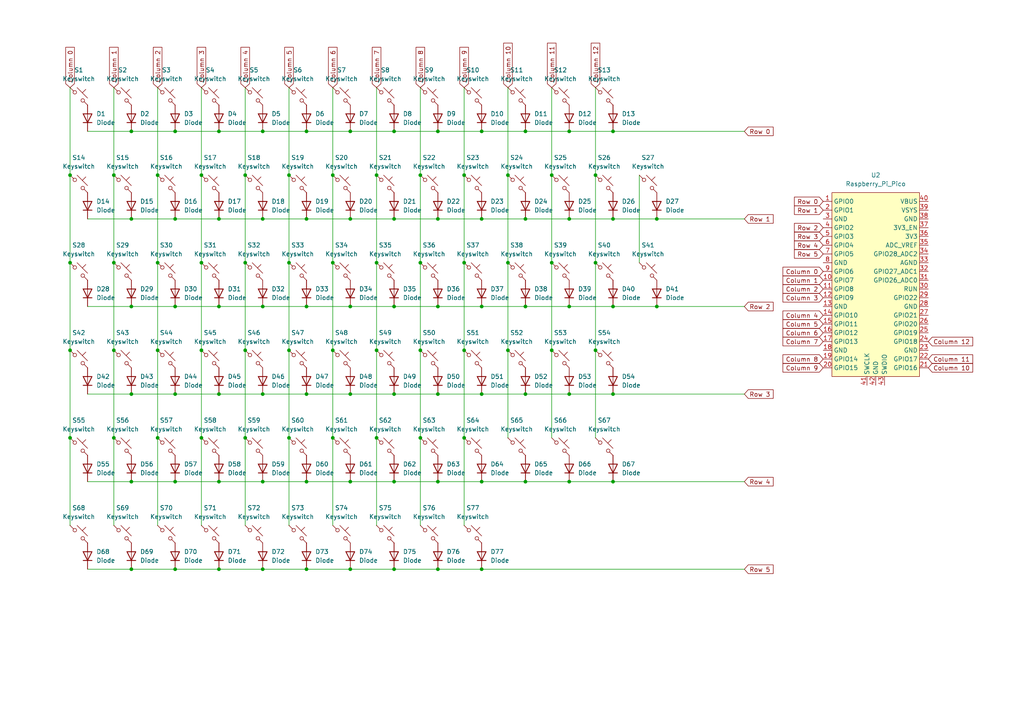
<source format=kicad_sch>
(kicad_sch (version 20230121) (generator eeschema)
  (paper "A4")
  (lib_symbols
    (symbol "ScottoKeebs:MCU_Raspberry_Pi_Pico"
      (property "Reference" "U" (at 0 0 0))
      (property "Value" "Raspberry_Pi_Pico" (at 0 27.94 0))
      (symbol "MCU_Raspberry_Pi_Pico_1_1"
        (pin bidirectional line (at -15.24 24.13 0) (length 2.54) (name "GPIO0") (number "1"))
        (pin bidirectional line (at -15.24 1.27 0) (length 2.54) (name "GPIO7") (number "10"))
        (pin bidirectional line (at -15.24 -1.27 0) (length 2.54) (name "GPIO8") (number "11"))
        (pin bidirectional line (at -15.24 -3.81 0) (length 2.54) (name "GPIO9") (number "12"))
        (pin power_in line (at -15.24 -6.35 0) (length 2.54) (name "GND") (number "13"))
        (pin bidirectional line (at -15.24 -8.89 0) (length 2.54) (name "GPIO10") (number "14"))
        (pin bidirectional line (at -15.24 -11.43 0) (length 2.54) (name "GPIO11") (number "15"))
        (pin bidirectional line (at -15.24 -13.97 0) (length 2.54) (name "GPIO12") (number "16"))
        (pin bidirectional line (at -15.24 -16.51 0) (length 2.54) (name "GPIO13") (number "17"))
        (pin power_in line (at -15.24 -19.05 0) (length 2.54) (name "GND") (number "18"))
        (pin bidirectional line (at -15.24 -21.59 0) (length 2.54) (name "GPIO14") (number "19"))
        (pin bidirectional line (at -15.24 21.59 0) (length 2.54) (name "GPIO1") (number "2"))
        (pin bidirectional line (at -15.24 -24.13 0) (length 2.54) (name "GPIO15") (number "20"))
        (pin bidirectional line (at 15.24 -24.13 180) (length 2.54) (name "GPIO16") (number "21"))
        (pin bidirectional line (at 15.24 -21.59 180) (length 2.54) (name "GPIO17") (number "22"))
        (pin power_in line (at 15.24 -19.05 180) (length 2.54) (name "GND") (number "23"))
        (pin bidirectional line (at 15.24 -16.51 180) (length 2.54) (name "GPIO18") (number "24"))
        (pin bidirectional line (at 15.24 -13.97 180) (length 2.54) (name "GPIO19") (number "25"))
        (pin bidirectional line (at 15.24 -11.43 180) (length 2.54) (name "GPIO20") (number "26"))
        (pin bidirectional line (at 15.24 -8.89 180) (length 2.54) (name "GPIO21") (number "27"))
        (pin power_in line (at 15.24 -6.35 180) (length 2.54) (name "GND") (number "28"))
        (pin bidirectional line (at 15.24 -3.81 180) (length 2.54) (name "GPIO22") (number "29"))
        (pin power_in line (at -15.24 19.05 0) (length 2.54) (name "GND") (number "3"))
        (pin input line (at 15.24 -1.27 180) (length 2.54) (name "RUN") (number "30"))
        (pin bidirectional line (at 15.24 1.27 180) (length 2.54) (name "GPIO26_ADC0") (number "31"))
        (pin bidirectional line (at 15.24 3.81 180) (length 2.54) (name "GPIO27_ADC1") (number "32"))
        (pin power_in line (at 15.24 6.35 180) (length 2.54) (name "AGND") (number "33"))
        (pin bidirectional line (at 15.24 8.89 180) (length 2.54) (name "GPIO28_ADC2") (number "34"))
        (pin power_in line (at 15.24 11.43 180) (length 2.54) (name "ADC_VREF") (number "35"))
        (pin power_in line (at 15.24 13.97 180) (length 2.54) (name "3V3") (number "36"))
        (pin input line (at 15.24 16.51 180) (length 2.54) (name "3V3_EN") (number "37"))
        (pin bidirectional line (at 15.24 19.05 180) (length 2.54) (name "GND") (number "38"))
        (pin power_in line (at 15.24 21.59 180) (length 2.54) (name "VSYS") (number "39"))
        (pin bidirectional line (at -15.24 16.51 0) (length 2.54) (name "GPIO2") (number "4"))
        (pin power_in line (at 15.24 24.13 180) (length 2.54) (name "VBUS") (number "40"))
        (pin input line (at -2.54 -29.21 90) (length 2.54) (name "SWCLK") (number "41"))
        (pin power_in line (at 0 -29.21 90) (length 2.54) (name "GND") (number "42"))
        (pin bidirectional line (at 2.54 -29.21 90) (length 2.54) (name "SWDIO") (number "43"))
        (pin bidirectional line (at -15.24 13.97 0) (length 2.54) (name "GPIO3") (number "5"))
        (pin bidirectional line (at -15.24 11.43 0) (length 2.54) (name "GPIO4") (number "6"))
        (pin bidirectional line (at -15.24 8.89 0) (length 2.54) (name "GPIO5") (number "7"))
        (pin power_in line (at -15.24 6.35 0) (length 2.54) (name "GND") (number "8"))
        (pin bidirectional line (at -15.24 3.81 0) (length 2.54) (name "GPIO6") (number "9"))
      )
    )
    (symbol "ScottoKeebs:Placeholder_Diode" (pin_numbers hide) (pin_names hide)
      (property "Reference" "D" (at 0 2.54 0))
      (property "Value" "Diode" (at 0 -2.54 0))
      (symbol "Placeholder_Diode_1_1"
        (pin passive line (at -3.81 0 0) (length 2.54) (name "K") (number "1"))
        (pin passive line (at 3.81 0 180) (length 2.54) (name "A") (number "2"))
      )
    )
    (symbol "ScottoKeebs:Placeholder_Keyswitch" (pin_numbers hide) (pin_names (offset 1.016) hide)
      (property "Reference" "S" (at 3.048 1.016 0))
      (property "Value" "Keyswitch" (at 0 -3.81 0))
      (symbol "Placeholder_Keyswitch_0_1"
        (pin passive line (at -2.54 2.54 0) (length 0) (name "1") (number "1"))
        (pin passive line (at 2.54 -2.54 180) (length 0) (name "2") (number "2"))
      )
    )
  )
  (junction (at 134.62 50.8))
  (junction (at 20.32 50.8))
  (junction (at 33.02 127))
  (junction (at 76.2 88.9))
  (junction (at 96.52 127))
  (junction (at 88.9 139.7))
  (junction (at 101.6 88.9))
  (junction (at 172.72 50.8))
  (junction (at 177.8 63.5))
  (junction (at 76.2 114.3))
  (junction (at 96.52 76.2))
  (junction (at 147.32 101.6))
  (junction (at 38.1 139.7))
  (junction (at 147.32 76.2))
  (junction (at 121.92 76.2))
  (junction (at 38.1 165.1))
  (junction (at 109.22 101.6))
  (junction (at 165.1 63.5))
  (junction (at 160.02 50.8))
  (junction (at 190.5 88.9))
  (junction (at 114.3 63.5))
  (junction (at 83.82 127))
  (junction (at 76.2 63.5))
  (junction (at 139.7 38.1))
  (junction (at 20.32 127))
  (junction (at 160.02 76.2))
  (junction (at 114.3 139.7))
  (junction (at 172.72 76.2))
  (junction (at 139.7 63.5))
  (junction (at 152.4 114.3))
  (junction (at 134.62 76.2))
  (junction (at 33.02 101.6))
  (junction (at 152.4 139.7))
  (junction (at 88.9 63.5))
  (junction (at 88.9 114.3))
  (junction (at 63.5 88.9))
  (junction (at 83.82 76.2))
  (junction (at 20.32 76.2))
  (junction (at 172.72 101.6))
  (junction (at 127 38.1))
  (junction (at 63.5 38.1))
  (junction (at 45.72 76.2))
  (junction (at 71.12 101.6))
  (junction (at 45.72 101.6))
  (junction (at 63.5 139.7))
  (junction (at 127 165.1))
  (junction (at 127 63.5))
  (junction (at 109.22 127))
  (junction (at 114.3 165.1))
  (junction (at 38.1 114.3))
  (junction (at 190.5 63.5))
  (junction (at 152.4 38.1))
  (junction (at 160.02 101.6))
  (junction (at 121.92 50.8))
  (junction (at 38.1 63.5))
  (junction (at 101.6 63.5))
  (junction (at 101.6 38.1))
  (junction (at 58.42 50.8))
  (junction (at 83.82 101.6))
  (junction (at 109.22 76.2))
  (junction (at 101.6 139.7))
  (junction (at 96.52 50.8))
  (junction (at 165.1 88.9))
  (junction (at 38.1 88.9))
  (junction (at 101.6 114.3))
  (junction (at 101.6 165.1))
  (junction (at 152.4 88.9))
  (junction (at 121.92 127))
  (junction (at 58.42 127))
  (junction (at 50.8 88.9))
  (junction (at 71.12 50.8))
  (junction (at 45.72 50.8))
  (junction (at 165.1 139.7))
  (junction (at 114.3 88.9))
  (junction (at 50.8 38.1))
  (junction (at 134.62 101.6))
  (junction (at 76.2 139.7))
  (junction (at 45.72 127))
  (junction (at 152.4 63.5))
  (junction (at 38.1 38.1))
  (junction (at 63.5 165.1))
  (junction (at 114.3 38.1))
  (junction (at 50.8 114.3))
  (junction (at 121.92 101.6))
  (junction (at 165.1 38.1))
  (junction (at 127 114.3))
  (junction (at 139.7 139.7))
  (junction (at 88.9 165.1))
  (junction (at 114.3 114.3))
  (junction (at 71.12 76.2))
  (junction (at 83.82 50.8))
  (junction (at 134.62 127))
  (junction (at 63.5 63.5))
  (junction (at 96.52 101.6))
  (junction (at 177.8 38.1))
  (junction (at 177.8 114.3))
  (junction (at 76.2 38.1))
  (junction (at 58.42 101.6))
  (junction (at 33.02 76.2))
  (junction (at 50.8 63.5))
  (junction (at 139.7 165.1))
  (junction (at 127 88.9))
  (junction (at 58.42 76.2))
  (junction (at 50.8 139.7))
  (junction (at 33.02 50.8))
  (junction (at 147.32 50.8))
  (junction (at 139.7 88.9))
  (junction (at 165.1 114.3))
  (junction (at 50.8 165.1))
  (junction (at 63.5 114.3))
  (junction (at 177.8 88.9))
  (junction (at 139.7 114.3))
  (junction (at 76.2 165.1))
  (junction (at 127 139.7))
  (junction (at 71.12 127))
  (junction (at 88.9 38.1))
  (junction (at 20.32 101.6))
  (junction (at 177.8 139.7))
  (junction (at 88.9 88.9))
  (junction (at 109.22 50.8))
  (wire (pts (xy 190.5 63.5) (xy 215.9 63.5)))
  (wire (pts (xy 127 38.1) (xy 139.7 38.1)))
  (wire (pts (xy 38.1 38.1) (xy 50.8 38.1)))
  (wire (pts (xy 88.9 114.3) (xy 101.6 114.3)))
  (wire (pts (xy 121.92 76.2) (xy 121.92 101.6)))
  (wire (pts (xy 20.32 127) (xy 20.32 152.4)))
  (wire (pts (xy 114.3 114.3) (xy 127 114.3)))
  (wire (pts (xy 50.8 139.7) (xy 63.5 139.7)))
  (wire (pts (xy 172.72 76.2) (xy 172.72 101.6)))
  (wire (pts (xy 114.3 139.7) (xy 127 139.7)))
  (wire (pts (xy 147.32 76.2) (xy 147.32 101.6)))
  (wire (pts (xy 121.92 101.6) (xy 121.92 127)))
  (wire (pts (xy 177.8 38.1) (xy 215.9 38.1)))
  (wire (pts (xy 101.6 88.9) (xy 114.3 88.9)))
  (wire (pts (xy 121.92 25.4) (xy 121.92 50.8)))
  (wire (pts (xy 58.42 76.2) (xy 58.42 101.6)))
  (wire (pts (xy 139.7 165.1) (xy 215.9 165.1)))
  (wire (pts (xy 96.52 25.4) (xy 96.52 50.8)))
  (wire (pts (xy 25.4 63.5) (xy 38.1 63.5)))
  (wire (pts (xy 71.12 25.4) (xy 71.12 50.8)))
  (wire (pts (xy 177.8 63.5) (xy 190.5 63.5)))
  (wire (pts (xy 38.1 63.5) (xy 50.8 63.5)))
  (wire (pts (xy 38.1 139.7) (xy 50.8 139.7)))
  (wire (pts (xy 127 88.9) (xy 139.7 88.9)))
  (wire (pts (xy 76.2 63.5) (xy 88.9 63.5)))
  (wire (pts (xy 139.7 38.1) (xy 152.4 38.1)))
  (wire (pts (xy 20.32 25.4) (xy 20.32 50.8)))
  (wire (pts (xy 134.62 76.2) (xy 134.62 101.6)))
  (wire (pts (xy 190.5 88.9) (xy 215.9 88.9)))
  (wire (pts (xy 25.4 88.9) (xy 38.1 88.9)))
  (wire (pts (xy 58.42 127) (xy 58.42 152.4)))
  (wire (pts (xy 20.32 101.6) (xy 20.32 127)))
  (wire (pts (xy 71.12 50.8) (xy 71.12 76.2)))
  (wire (pts (xy 63.5 114.3) (xy 76.2 114.3)))
  (wire (pts (xy 38.1 114.3) (xy 50.8 114.3)))
  (wire (pts (xy 63.5 139.7) (xy 76.2 139.7)))
  (wire (pts (xy 83.82 76.2) (xy 83.82 101.6)))
  (wire (pts (xy 76.2 139.7) (xy 88.9 139.7)))
  (wire (pts (xy 63.5 38.1) (xy 76.2 38.1)))
  (wire (pts (xy 152.4 63.5) (xy 165.1 63.5)))
  (wire (pts (xy 50.8 63.5) (xy 63.5 63.5)))
  (wire (pts (xy 165.1 38.1) (xy 177.8 38.1)))
  (wire (pts (xy 134.62 25.4) (xy 134.62 50.8)))
  (wire (pts (xy 101.6 38.1) (xy 114.3 38.1)))
  (wire (pts (xy 172.72 25.4) (xy 172.72 50.8)))
  (wire (pts (xy 88.9 165.1) (xy 101.6 165.1)))
  (wire (pts (xy 63.5 63.5) (xy 76.2 63.5)))
  (wire (pts (xy 127 139.7) (xy 139.7 139.7)))
  (wire (pts (xy 109.22 127) (xy 109.22 152.4)))
  (wire (pts (xy 109.22 76.2) (xy 109.22 101.6)))
  (wire (pts (xy 96.52 50.8) (xy 96.52 76.2)))
  (wire (pts (xy 50.8 38.1) (xy 63.5 38.1)))
  (wire (pts (xy 139.7 139.7) (xy 152.4 139.7)))
  (wire (pts (xy 20.32 50.8) (xy 20.32 76.2)))
  (wire (pts (xy 160.02 76.2) (xy 160.02 101.6)))
  (wire (pts (xy 160.02 25.4) (xy 160.02 50.8)))
  (wire (pts (xy 177.8 88.9) (xy 190.5 88.9)))
  (wire (pts (xy 88.9 139.7) (xy 101.6 139.7)))
  (wire (pts (xy 127 63.5) (xy 139.7 63.5)))
  (wire (pts (xy 185.42 50.8) (xy 185.42 76.2)))
  (wire (pts (xy 134.62 50.8) (xy 134.62 76.2)))
  (wire (pts (xy 96.52 76.2) (xy 96.52 101.6)))
  (wire (pts (xy 147.32 101.6) (xy 147.32 127)))
  (wire (pts (xy 114.3 88.9) (xy 127 88.9)))
  (wire (pts (xy 76.2 165.1) (xy 88.9 165.1)))
  (wire (pts (xy 152.4 88.9) (xy 165.1 88.9)))
  (wire (pts (xy 58.42 25.4) (xy 58.42 50.8)))
  (wire (pts (xy 114.3 63.5) (xy 127 63.5)))
  (wire (pts (xy 152.4 114.3) (xy 165.1 114.3)))
  (wire (pts (xy 101.6 114.3) (xy 114.3 114.3)))
  (wire (pts (xy 88.9 63.5) (xy 101.6 63.5)))
  (wire (pts (xy 96.52 127) (xy 96.52 152.4)))
  (wire (pts (xy 165.1 114.3) (xy 177.8 114.3)))
  (wire (pts (xy 109.22 101.6) (xy 109.22 127)))
  (wire (pts (xy 58.42 101.6) (xy 58.42 127)))
  (wire (pts (xy 139.7 114.3) (xy 152.4 114.3)))
  (wire (pts (xy 33.02 76.2) (xy 33.02 101.6)))
  (wire (pts (xy 101.6 63.5) (xy 114.3 63.5)))
  (wire (pts (xy 101.6 165.1) (xy 114.3 165.1)))
  (wire (pts (xy 76.2 114.3) (xy 88.9 114.3)))
  (wire (pts (xy 160.02 101.6) (xy 160.02 127)))
  (wire (pts (xy 33.02 127) (xy 33.02 152.4)))
  (wire (pts (xy 139.7 63.5) (xy 152.4 63.5)))
  (wire (pts (xy 96.52 101.6) (xy 96.52 127)))
  (wire (pts (xy 25.4 165.1) (xy 38.1 165.1)))
  (wire (pts (xy 76.2 38.1) (xy 88.9 38.1)))
  (wire (pts (xy 50.8 114.3) (xy 63.5 114.3)))
  (wire (pts (xy 127 165.1) (xy 139.7 165.1)))
  (wire (pts (xy 45.72 101.6) (xy 45.72 127)))
  (wire (pts (xy 20.32 76.2) (xy 20.32 101.6)))
  (wire (pts (xy 165.1 88.9) (xy 177.8 88.9)))
  (wire (pts (xy 88.9 88.9) (xy 101.6 88.9)))
  (wire (pts (xy 33.02 50.8) (xy 33.02 76.2)))
  (wire (pts (xy 45.72 25.4) (xy 45.72 50.8)))
  (wire (pts (xy 109.22 25.4) (xy 109.22 50.8)))
  (wire (pts (xy 127 114.3) (xy 139.7 114.3)))
  (wire (pts (xy 45.72 127) (xy 45.72 152.4)))
  (wire (pts (xy 58.42 50.8) (xy 58.42 76.2)))
  (wire (pts (xy 83.82 25.4) (xy 83.82 50.8)))
  (wire (pts (xy 33.02 25.4) (xy 33.02 50.8)))
  (wire (pts (xy 114.3 165.1) (xy 127 165.1)))
  (wire (pts (xy 45.72 50.8) (xy 45.72 76.2)))
  (wire (pts (xy 160.02 50.8) (xy 160.02 76.2)))
  (wire (pts (xy 134.62 101.6) (xy 134.62 127)))
  (wire (pts (xy 71.12 127) (xy 71.12 152.4)))
  (wire (pts (xy 147.32 50.8) (xy 147.32 76.2)))
  (wire (pts (xy 152.4 38.1) (xy 165.1 38.1)))
  (wire (pts (xy 50.8 88.9) (xy 63.5 88.9)))
  (wire (pts (xy 165.1 63.5) (xy 177.8 63.5)))
  (wire (pts (xy 147.32 25.4) (xy 147.32 50.8)))
  (wire (pts (xy 38.1 88.9) (xy 50.8 88.9)))
  (wire (pts (xy 83.82 101.6) (xy 83.82 127)))
  (wire (pts (xy 71.12 76.2) (xy 71.12 101.6)))
  (wire (pts (xy 71.12 101.6) (xy 71.12 127)))
  (wire (pts (xy 177.8 139.7) (xy 215.9 139.7)))
  (wire (pts (xy 45.72 76.2) (xy 45.72 101.6)))
  (wire (pts (xy 139.7 88.9) (xy 152.4 88.9)))
  (wire (pts (xy 121.92 127) (xy 121.92 152.4)))
  (wire (pts (xy 25.4 38.1) (xy 38.1 38.1)))
  (wire (pts (xy 33.02 101.6) (xy 33.02 127)))
  (wire (pts (xy 63.5 88.9) (xy 76.2 88.9)))
  (wire (pts (xy 83.82 127) (xy 83.82 152.4)))
  (wire (pts (xy 88.9 38.1) (xy 101.6 38.1)))
  (wire (pts (xy 114.3 38.1) (xy 127 38.1)))
  (wire (pts (xy 83.82 50.8) (xy 83.82 76.2)))
  (wire (pts (xy 177.8 114.3) (xy 215.9 114.3)))
  (wire (pts (xy 109.22 50.8) (xy 109.22 76.2)))
  (wire (pts (xy 38.1 165.1) (xy 50.8 165.1)))
  (wire (pts (xy 101.6 139.7) (xy 114.3 139.7)))
  (wire (pts (xy 50.8 165.1) (xy 63.5 165.1)))
  (wire (pts (xy 172.72 50.8) (xy 172.72 76.2)))
  (wire (pts (xy 76.2 88.9) (xy 88.9 88.9)))
  (wire (pts (xy 134.62 127) (xy 134.62 152.4)))
  (wire (pts (xy 165.1 139.7) (xy 177.8 139.7)))
  (wire (pts (xy 152.4 139.7) (xy 165.1 139.7)))
  (wire (pts (xy 121.92 50.8) (xy 121.92 76.2)))
  (wire (pts (xy 25.4 114.3) (xy 38.1 114.3)))
  (wire (pts (xy 25.4 139.7) (xy 38.1 139.7)))
  (wire (pts (xy 63.5 165.1) (xy 76.2 165.1)))
  (wire (pts (xy 172.72 101.6) (xy 172.72 127)))
  (global_label "Column 8" (shape input) (at 121.92 25.4 90) (property "Intersheetrefs" "${INTERSHEET_REFS}" (effects hide)))
  (global_label "Row 0" (shape input) (at 215.9 38.1 0) (property "Intersheetrefs" "${INTERSHEET_REFS}" (effects hide)))
  (global_label "Row 4" (shape input) (at 238.76 71.12 180) (property "Intersheetrefs" "${INTERSHEET_REFS}" (effects hide)))
  (global_label "Column 7" (shape input) (at 238.76 99.06 180) (property "Intersheetrefs" "${INTERSHEET_REFS}" (effects hide)))
  (global_label "Column 9" (shape input) (at 238.76 106.68 180) (property "Intersheetrefs" "${INTERSHEET_REFS}" (effects hide)))
  (global_label "Column 5" (shape input) (at 238.76 93.98 180) (property "Intersheetrefs" "${INTERSHEET_REFS}" (effects hide)))
  (global_label "Row 1" (shape input) (at 238.76 60.96 180) (property "Intersheetrefs" "${INTERSHEET_REFS}" (effects hide)))
  (global_label "Column 11" (shape input) (at 269.24 104.14 0) (property "Intersheetrefs" "${INTERSHEET_REFS}" (effects hide)))
  (global_label "Column 4" (shape input) (at 238.76 91.44 180) (property "Intersheetrefs" "${INTERSHEET_REFS}" (effects hide)))
  (global_label "Column 7" (shape input) (at 109.22 25.4 90) (property "Intersheetrefs" "${INTERSHEET_REFS}" (effects hide)))
  (global_label "Column 0" (shape input) (at 20.32 25.4 90) (property "Intersheetrefs" "${INTERSHEET_REFS}" (effects hide)))
  (global_label "Row 2" (shape input) (at 215.9 88.9 0) (property "Intersheetrefs" "${INTERSHEET_REFS}" (effects hide)))
  (global_label "Row 3" (shape input) (at 215.9 114.3 0) (property "Intersheetrefs" "${INTERSHEET_REFS}" (effects hide)))
  (global_label "Column 10" (shape input) (at 269.24 106.68 0) (property "Intersheetrefs" "${INTERSHEET_REFS}" (effects hide)))
  (global_label "Column 8" (shape input) (at 238.76 104.14 180) (property "Intersheetrefs" "${INTERSHEET_REFS}" (effects hide)))
  (global_label "Column 2" (shape input) (at 45.72 25.4 90) (property "Intersheetrefs" "${INTERSHEET_REFS}" (effects hide)))
  (global_label "Column 3" (shape input) (at 58.42 25.4 90) (property "Intersheetrefs" "${INTERSHEET_REFS}" (effects hide)))
  (global_label "Column 1" (shape input) (at 238.76 81.28 180) (property "Intersheetrefs" "${INTERSHEET_REFS}" (effects hide)))
  (global_label "Column 3" (shape input) (at 238.76 86.36 180) (property "Intersheetrefs" "${INTERSHEET_REFS}" (effects hide)))
  (global_label "Row 3" (shape input) (at 238.76 68.58 180) (property "Intersheetrefs" "${INTERSHEET_REFS}" (effects hide)))
  (global_label "Column 2" (shape input) (at 238.76 83.82 180) (property "Intersheetrefs" "${INTERSHEET_REFS}" (effects hide)))
  (global_label "Column 11" (shape input) (at 160.02 25.4 90) (property "Intersheetrefs" "${INTERSHEET_REFS}" (effects hide)))
  (global_label "Column 4" (shape input) (at 71.12 25.4 90) (property "Intersheetrefs" "${INTERSHEET_REFS}" (effects hide)))
  (global_label "Column 0" (shape input) (at 238.76 78.74 180) (property "Intersheetrefs" "${INTERSHEET_REFS}" (effects hide)))
  (global_label "Row 5" (shape input) (at 215.9 165.1 0) (property "Intersheetrefs" "${INTERSHEET_REFS}" (effects hide)))
  (global_label "Column 6" (shape input) (at 96.52 25.4 90) (property "Intersheetrefs" "${INTERSHEET_REFS}" (effects hide)))
  (global_label "Column 1" (shape input) (at 33.02 25.4 90) (property "Intersheetrefs" "${INTERSHEET_REFS}" (effects hide)))
  (global_label "Row 5" (shape input) (at 238.76 73.66 180) (property "Intersheetrefs" "${INTERSHEET_REFS}" (effects hide)))
  (global_label "Column 9" (shape input) (at 134.62 25.4 90) (property "Intersheetrefs" "${INTERSHEET_REFS}" (effects hide)))
  (global_label "Row 1" (shape input) (at 215.9 63.5 0) (property "Intersheetrefs" "${INTERSHEET_REFS}" (effects hide)))
  (global_label "Row 2" (shape input) (at 238.76 66.04 180) (property "Intersheetrefs" "${INTERSHEET_REFS}" (effects hide)))
  (global_label "Column 10" (shape input) (at 147.32 25.4 90) (property "Intersheetrefs" "${INTERSHEET_REFS}" (effects hide)))
  (global_label "Column 12" (shape input) (at 172.72 25.4 90) (property "Intersheetrefs" "${INTERSHEET_REFS}" (effects hide)))
  (global_label "Row 4" (shape input) (at 215.9 139.7 0) (property "Intersheetrefs" "${INTERSHEET_REFS}" (effects hide)))
  (global_label "Column 5" (shape input) (at 83.82 25.4 90) (property "Intersheetrefs" "${INTERSHEET_REFS}" (effects hide)))
  (global_label "Column 6" (shape input) (at 238.76 96.52 180) (property "Intersheetrefs" "${INTERSHEET_REFS}" (effects hide)))
  (global_label "Row 0" (shape input) (at 238.76 58.42 180) (property "Intersheetrefs" "${INTERSHEET_REFS}" (effects hide)))
  (global_label "Column 12" (shape input) (at 269.24 99.06 0) (property "Intersheetrefs" "${INTERSHEET_REFS}" (effects hide)))
  (symbol (lib_id "ScottoKeebs:Placeholder_Keyswitch") (at 137.16 53.34 0) (unit 1)
    (property "Reference" "S23" (at 137.16 45.72 0))
    (property "Value" "Keyswitch" (at 137.16 48.26 0))
    (property "Footprint" "ScottoKeebs_MX:MX_PCB_1.00u" (effects hide))
  )
  (symbol (lib_id "ScottoKeebs:Placeholder_Diode") (at 165.1 110.49 90) (unit 1)
    (property "Reference" "D53" (at 167.64 109.22 90) (effects (justify right)))
    (property "Value" "Diode" (at 167.64 111.76 90) (effects (justify right)))
    (property "Footprint" "ScottoKeebs_Components:Diode_DO-35" (effects hide))
    (property "Sim.Device" "D" (effects hide))
    (property "Sim.Pins" "1=K 2=A" (effects hide))
  )
  (symbol (lib_id "ScottoKeebs:Placeholder_Diode") (at 88.9 161.29 90) (unit 1)
    (property "Reference" "D73" (at 91.44 160.02 90) (effects (justify right)))
    (property "Value" "Diode" (at 91.44 162.56 90) (effects (justify right)))
    (property "Footprint" "ScottoKeebs_Components:Diode_DO-35" (effects hide))
    (property "Sim.Device" "D" (effects hide))
    (property "Sim.Pins" "1=K 2=A" (effects hide))
  )
  (symbol (lib_id "ScottoKeebs:Placeholder_Keyswitch") (at 73.66 104.14 0) (unit 1)
    (property "Reference" "S46" (at 73.66 96.52 0))
    (property "Value" "Keyswitch" (at 73.66 99.06 0))
    (property "Footprint" "ScottoKeebs_MX:MX_PCB_1.00u" (effects hide))
  )
  (symbol (lib_id "ScottoKeebs:Placeholder_Diode") (at 177.8 59.69 90) (unit 1)
    (property "Reference" "D26" (at 180.34 58.42 90) (effects (justify right)))
    (property "Value" "Diode" (at 180.34 60.96 90) (effects (justify right)))
    (property "Footprint" "ScottoKeebs_Components:Diode_DO-35" (effects hide))
    (property "Sim.Device" "D" (effects hide))
    (property "Sim.Pins" "1=K 2=A" (effects hide))
  )
  (symbol (lib_id "ScottoKeebs:Placeholder_Diode") (at 101.6 110.49 90) (unit 1)
    (property "Reference" "D48" (at 104.14 109.22 90) (effects (justify right)))
    (property "Value" "Diode" (at 104.14 111.76 90) (effects (justify right)))
    (property "Footprint" "ScottoKeebs_Components:Diode_DO-35" (effects hide))
    (property "Sim.Device" "D" (effects hide))
    (property "Sim.Pins" "1=K 2=A" (effects hide))
  )
  (symbol (lib_id "ScottoKeebs:Placeholder_Diode") (at 165.1 59.69 90) (unit 1)
    (property "Reference" "D25" (at 167.64 58.42 90) (effects (justify right)))
    (property "Value" "Diode" (at 167.64 60.96 90) (effects (justify right)))
    (property "Footprint" "ScottoKeebs_Components:Diode_DO-35" (effects hide))
    (property "Sim.Device" "D" (effects hide))
    (property "Sim.Pins" "1=K 2=A" (effects hide))
  )
  (symbol (lib_id "ScottoKeebs:Placeholder_Keyswitch") (at 137.16 104.14 0) (unit 1)
    (property "Reference" "S51" (at 137.16 96.52 0))
    (property "Value" "Keyswitch" (at 137.16 99.06 0))
    (property "Footprint" "ScottoKeebs_MX:MX_PCB_1.00u" (effects hide))
  )
  (symbol (lib_id "ScottoKeebs:Placeholder_Diode") (at 165.1 85.09 90) (unit 1)
    (property "Reference" "D39" (at 167.64 83.82 90) (effects (justify right)))
    (property "Value" "Diode" (at 167.64 86.36 90) (effects (justify right)))
    (property "Footprint" "ScottoKeebs_Components:Diode_DO-35" (effects hide))
    (property "Sim.Device" "D" (effects hide))
    (property "Sim.Pins" "1=K 2=A" (effects hide))
  )
  (symbol (lib_id "ScottoKeebs:Placeholder_Diode") (at 63.5 110.49 90) (unit 1)
    (property "Reference" "D45" (at 66.04 109.22 90) (effects (justify right)))
    (property "Value" "Diode" (at 66.04 111.76 90) (effects (justify right)))
    (property "Footprint" "ScottoKeebs_Components:Diode_DO-35" (effects hide))
    (property "Sim.Device" "D" (effects hide))
    (property "Sim.Pins" "1=K 2=A" (effects hide))
  )
  (symbol (lib_id "ScottoKeebs:Placeholder_Diode") (at 25.4 59.69 90) (unit 1)
    (property "Reference" "D14" (at 27.94 58.42 90) (effects (justify right)))
    (property "Value" "Diode" (at 27.94 60.96 90) (effects (justify right)))
    (property "Footprint" "ScottoKeebs_Components:Diode_DO-35" (effects hide))
    (property "Sim.Device" "D" (effects hide))
    (property "Sim.Pins" "1=K 2=A" (effects hide))
  )
  (symbol (lib_id "ScottoKeebs:Placeholder_Diode") (at 88.9 135.89 90) (unit 1)
    (property "Reference" "D60" (at 91.44 134.62 90) (effects (justify right)))
    (property "Value" "Diode" (at 91.44 137.16 90) (effects (justify right)))
    (property "Footprint" "ScottoKeebs_Components:Diode_DO-35" (effects hide))
    (property "Sim.Device" "D" (effects hide))
    (property "Sim.Pins" "1=K 2=A" (effects hide))
  )
  (symbol (lib_id "ScottoKeebs:Placeholder_Keyswitch") (at 60.96 78.74 0) (unit 1)
    (property "Reference" "S31" (at 60.96 71.12 0))
    (property "Value" "Keyswitch" (at 60.96 73.66 0))
    (property "Footprint" "ScottoKeebs_MX:MX_PCB_1.00u" (effects hide))
  )
  (symbol (lib_id "ScottoKeebs:Placeholder_Keyswitch") (at 48.26 129.54 0) (unit 1)
    (property "Reference" "S57" (at 48.26 121.92 0))
    (property "Value" "Keyswitch" (at 48.26 124.46 0))
    (property "Footprint" "ScottoKeebs_MX:MX_PCB_1.00u" (effects hide))
  )
  (symbol (lib_id "ScottoKeebs:Placeholder_Diode") (at 88.9 59.69 90) (unit 1)
    (property "Reference" "D19" (at 91.44 58.42 90) (effects (justify right)))
    (property "Value" "Diode" (at 91.44 60.96 90) (effects (justify right)))
    (property "Footprint" "ScottoKeebs_Components:Diode_DO-35" (effects hide))
    (property "Sim.Device" "D" (effects hide))
    (property "Sim.Pins" "1=K 2=A" (effects hide))
  )
  (symbol (lib_id "ScottoKeebs:Placeholder_Keyswitch") (at 86.36 129.54 0) (unit 1)
    (property "Reference" "S60" (at 86.36 121.92 0))
    (property "Value" "Keyswitch" (at 86.36 124.46 0))
    (property "Footprint" "ScottoKeebs_MX:MX_PCB_1.00u" (effects hide))
  )
  (symbol (lib_id "ScottoKeebs:Placeholder_Keyswitch") (at 22.86 104.14 0) (unit 1)
    (property "Reference" "S42" (at 22.86 96.52 0))
    (property "Value" "Keyswitch" (at 22.86 99.06 0))
    (property "Footprint" "ScottoKeebs_MX:MX_PCB_1.75u" (effects hide))
  )
  (symbol (lib_id "ScottoKeebs:Placeholder_Keyswitch") (at 111.76 104.14 0) (unit 1)
    (property "Reference" "S49" (at 111.76 96.52 0))
    (property "Value" "Keyswitch" (at 111.76 99.06 0))
    (property "Footprint" "ScottoKeebs_MX:MX_PCB_1.00u" (effects hide))
  )
  (symbol (lib_id "ScottoKeebs:Placeholder_Diode") (at 25.4 110.49 90) (unit 1)
    (property "Reference" "D42" (at 27.94 109.22 90) (effects (justify right)))
    (property "Value" "Diode" (at 27.94 111.76 90) (effects (justify right)))
    (property "Footprint" "ScottoKeebs_Components:Diode_DO-35" (effects hide))
    (property "Sim.Device" "D" (effects hide))
    (property "Sim.Pins" "1=K 2=A" (effects hide))
  )
  (symbol (lib_id "ScottoKeebs:Placeholder_Keyswitch") (at 22.86 129.54 0) (unit 1)
    (property "Reference" "S55" (at 22.86 121.92 0))
    (property "Value" "Keyswitch" (at 22.86 124.46 0))
    (property "Footprint" "ScottoKeebs_MX:MX_PCB_2.25u" (effects hide))
  )
  (symbol (lib_id "ScottoKeebs:Placeholder_Diode") (at 139.7 85.09 90) (unit 1)
    (property "Reference" "D37" (at 142.24 83.82 90) (effects (justify right)))
    (property "Value" "Diode" (at 142.24 86.36 90) (effects (justify right)))
    (property "Footprint" "ScottoKeebs_Components:Diode_DO-35" (effects hide))
    (property "Sim.Device" "D" (effects hide))
    (property "Sim.Pins" "1=K 2=A" (effects hide))
  )
  (symbol (lib_id "ScottoKeebs:Placeholder_Diode") (at 101.6 85.09 90) (unit 1)
    (property "Reference" "D34" (at 104.14 83.82 90) (effects (justify right)))
    (property "Value" "Diode" (at 104.14 86.36 90) (effects (justify right)))
    (property "Footprint" "ScottoKeebs_Components:Diode_DO-35" (effects hide))
    (property "Sim.Device" "D" (effects hide))
    (property "Sim.Pins" "1=K 2=A" (effects hide))
  )
  (symbol (lib_id "ScottoKeebs:Placeholder_Keyswitch") (at 99.06 78.74 0) (unit 1)
    (property "Reference" "S34" (at 99.06 71.12 0))
    (property "Value" "Keyswitch" (at 99.06 73.66 0))
    (property "Footprint" "ScottoKeebs_MX:MX_PCB_1.00u" (effects hide))
  )
  (symbol (lib_id "ScottoKeebs:Placeholder_Keyswitch") (at 162.56 104.14 0) (unit 1)
    (property "Reference" "S53" (at 162.56 96.52 0))
    (property "Value" "Keyswitch" (at 162.56 99.06 0))
    (property "Footprint" "ScottoKeebs_MX:MX_PCB_1.00u" (effects hide))
  )
  (symbol (lib_id "ScottoKeebs:Placeholder_Keyswitch") (at 137.16 27.94 0) (unit 1)
    (property "Reference" "S10" (at 137.16 20.32 0))
    (property "Value" "Keyswitch" (at 137.16 22.86 0))
    (property "Footprint" "ScottoKeebs_MX:MX_PCB_1.00u" (effects hide))
  )
  (symbol (lib_id "ScottoKeebs:Placeholder_Keyswitch") (at 86.36 78.74 0) (unit 1)
    (property "Reference" "S33" (at 86.36 71.12 0))
    (property "Value" "Keyswitch" (at 86.36 73.66 0))
    (property "Footprint" "ScottoKeebs_MX:MX_PCB_1.00u" (effects hide))
  )
  (symbol (lib_id "ScottoKeebs:Placeholder_Diode") (at 88.9 110.49 90) (unit 1)
    (property "Reference" "D47" (at 91.44 109.22 90) (effects (justify right)))
    (property "Value" "Diode" (at 91.44 111.76 90) (effects (justify right)))
    (property "Footprint" "ScottoKeebs_Components:Diode_DO-35" (effects hide))
    (property "Sim.Device" "D" (effects hide))
    (property "Sim.Pins" "1=K 2=A" (effects hide))
  )
  (symbol (lib_id "ScottoKeebs:Placeholder_Diode") (at 177.8 85.09 90) (unit 1)
    (property "Reference" "D40" (at 180.34 83.82 90) (effects (justify right)))
    (property "Value" "Diode" (at 180.34 86.36 90) (effects (justify right)))
    (property "Footprint" "ScottoKeebs_Components:Diode_DO-35" (effects hide))
    (property "Sim.Device" "D" (effects hide))
    (property "Sim.Pins" "1=K 2=A" (effects hide))
  )
  (symbol (lib_id "ScottoKeebs:Placeholder_Diode") (at 101.6 161.29 90) (unit 1)
    (property "Reference" "D74" (at 104.14 160.02 90) (effects (justify right)))
    (property "Value" "Diode" (at 104.14 162.56 90) (effects (justify right)))
    (property "Footprint" "ScottoKeebs_Components:Diode_DO-35" (effects hide))
    (property "Sim.Device" "D" (effects hide))
    (property "Sim.Pins" "1=K 2=A" (effects hide))
  )
  (symbol (lib_id "ScottoKeebs:Placeholder_Diode") (at 152.4 59.69 90) (unit 1)
    (property "Reference" "D24" (at 154.94 58.42 90) (effects (justify right)))
    (property "Value" "Diode" (at 154.94 60.96 90) (effects (justify right)))
    (property "Footprint" "ScottoKeebs_Components:Diode_DO-35" (effects hide))
    (property "Sim.Device" "D" (effects hide))
    (property "Sim.Pins" "1=K 2=A" (effects hide))
  )
  (symbol (lib_id "ScottoKeebs:Placeholder_Diode") (at 38.1 161.29 90) (unit 1)
    (property "Reference" "D69" (at 40.64 160.02 90) (effects (justify right)))
    (property "Value" "Diode" (at 40.64 162.56 90) (effects (justify right)))
    (property "Footprint" "ScottoKeebs_Components:Diode_DO-35" (effects hide))
    (property "Sim.Device" "D" (effects hide))
    (property "Sim.Pins" "1=K 2=A" (effects hide))
  )
  (symbol (lib_id "ScottoKeebs:Placeholder_Keyswitch") (at 48.26 27.94 0) (unit 1)
    (property "Reference" "S3" (at 48.26 20.32 0))
    (property "Value" "Keyswitch" (at 48.26 22.86 0))
    (property "Footprint" "ScottoKeebs_MX:MX_PCB_1.00u" (effects hide))
  )
  (symbol (lib_id "ScottoKeebs:Placeholder_Keyswitch") (at 60.96 154.94 0) (unit 1)
    (property "Reference" "S71" (at 60.96 147.32 0))
    (property "Value" "Keyswitch" (at 60.96 149.86 0))
    (property "Footprint" "ScottoKeebs_MX:MX_PCB_6.25u" (effects hide))
  )
  (symbol (lib_id "ScottoKeebs:Placeholder_Keyswitch") (at 149.86 104.14 0) (unit 1)
    (property "Reference" "S52" (at 149.86 96.52 0))
    (property "Value" "Keyswitch" (at 149.86 99.06 0))
    (property "Footprint" "ScottoKeebs_MX:MX_PCB_1.00u" (effects hide))
  )
  (symbol (lib_id "ScottoKeebs:Placeholder_Diode") (at 25.4 85.09 90) (unit 1)
    (property "Reference" "D28" (at 27.94 83.82 90) (effects (justify right)))
    (property "Value" "Diode" (at 27.94 86.36 90) (effects (justify right)))
    (property "Footprint" "ScottoKeebs_Components:Diode_DO-35" (effects hide))
    (property "Sim.Device" "D" (effects hide))
    (property "Sim.Pins" "1=K 2=A" (effects hide))
  )
  (symbol (lib_id "ScottoKeebs:Placeholder_Keyswitch") (at 175.26 27.94 0) (unit 1)
    (property "Reference" "S13" (at 175.26 20.32 0))
    (property "Value" "Keyswitch" (at 175.26 22.86 0))
    (property "Footprint" "ScottoKeebs_MX:MX_PCB_1.00u" (effects hide))
  )
  (symbol (lib_id "ScottoKeebs:Placeholder_Diode") (at 190.5 85.09 90) (unit 1)
    (property "Reference" "D41" (at 193.04 83.82 90) (effects (justify right)))
    (property "Value" "Diode" (at 193.04 86.36 90) (effects (justify right)))
    (property "Footprint" "ScottoKeebs_Components:Diode_DO-35" (effects hide))
    (property "Sim.Device" "D" (effects hide))
    (property "Sim.Pins" "1=K 2=A" (effects hide))
  )
  (symbol (lib_id "ScottoKeebs:Placeholder_Diode") (at 139.7 59.69 90) (unit 1)
    (property "Reference" "D23" (at 142.24 58.42 90) (effects (justify right)))
    (property "Value" "Diode" (at 142.24 60.96 90) (effects (justify right)))
    (property "Footprint" "ScottoKeebs_Components:Diode_DO-35" (effects hide))
    (property "Sim.Device" "D" (effects hide))
    (property "Sim.Pins" "1=K 2=A" (effects hide))
  )
  (symbol (lib_id "ScottoKeebs:Placeholder_Diode") (at 25.4 161.29 90) (unit 1)
    (property "Reference" "D68" (at 27.94 160.02 90) (effects (justify right)))
    (property "Value" "Diode" (at 27.94 162.56 90) (effects (justify right)))
    (property "Footprint" "ScottoKeebs_Components:Diode_DO-35" (effects hide))
    (property "Sim.Device" "D" (effects hide))
    (property "Sim.Pins" "1=K 2=A" (effects hide))
  )
  (symbol (lib_id "ScottoKeebs:Placeholder_Keyswitch") (at 22.86 154.94 0) (unit 1)
    (property "Reference" "S68" (at 22.86 147.32 0))
    (property "Value" "Keyswitch" (at 22.86 149.86 0))
    (property "Footprint" "ScottoKeebs_MX:MX_PCB_1.25u" (effects hide))
  )
  (symbol (lib_id "ScottoKeebs:Placeholder_Diode") (at 139.7 34.29 90) (unit 1)
    (property "Reference" "D10" (at 142.24 33.02 90) (effects (justify right)))
    (property "Value" "Diode" (at 142.24 35.56 90) (effects (justify right)))
    (property "Footprint" "ScottoKeebs_Components:Diode_DO-35" (effects hide))
    (property "Sim.Device" "D" (effects hide))
    (property "Sim.Pins" "1=K 2=A" (effects hide))
  )
  (symbol (lib_id "ScottoKeebs:Placeholder_Diode") (at 139.7 110.49 90) (unit 1)
    (property "Reference" "D51" (at 142.24 109.22 90) (effects (justify right)))
    (property "Value" "Diode" (at 142.24 111.76 90) (effects (justify right)))
    (property "Footprint" "ScottoKeebs_Components:Diode_DO-35" (effects hide))
    (property "Sim.Device" "D" (effects hide))
    (property "Sim.Pins" "1=K 2=A" (effects hide))
  )
  (symbol (lib_id "ScottoKeebs:Placeholder_Keyswitch") (at 73.66 129.54 0) (unit 1)
    (property "Reference" "S59" (at 73.66 121.92 0))
    (property "Value" "Keyswitch" (at 73.66 124.46 0))
    (property "Footprint" "ScottoKeebs_MX:MX_PCB_1.00u" (effects hide))
  )
  (symbol (lib_id "ScottoKeebs:Placeholder_Keyswitch") (at 35.56 104.14 0) (unit 1)
    (property "Reference" "S43" (at 35.56 96.52 0))
    (property "Value" "Keyswitch" (at 35.56 99.06 0))
    (property "Footprint" "ScottoKeebs_MX:MX_PCB_1.00u" (effects hide))
  )
  (symbol (lib_id "ScottoKeebs:Placeholder_Keyswitch") (at 124.46 154.94 0) (unit 1)
    (property "Reference" "S76" (at 124.46 147.32 0))
    (property "Value" "Keyswitch" (at 124.46 149.86 0))
    (property "Footprint" "ScottoKeebs_MX:MX_PCB_1.00u" (effects hide))
  )
  (symbol (lib_id "ScottoKeebs:Placeholder_Diode") (at 76.2 135.89 90) (unit 1)
    (property "Reference" "D59" (at 78.74 134.62 90) (effects (justify right)))
    (property "Value" "Diode" (at 78.74 137.16 90) (effects (justify right)))
    (property "Footprint" "ScottoKeebs_Components:Diode_DO-35" (effects hide))
    (property "Sim.Device" "D" (effects hide))
    (property "Sim.Pins" "1=K 2=A" (effects hide))
  )
  (symbol (lib_id "ScottoKeebs:Placeholder_Diode") (at 127 59.69 90) (unit 1)
    (property "Reference" "D22" (at 129.54 58.42 90) (effects (justify right)))
    (property "Value" "Diode" (at 129.54 60.96 90) (effects (justify right)))
    (property "Footprint" "ScottoKeebs_Components:Diode_DO-35" (effects hide))
    (property "Sim.Device" "D" (effects hide))
    (property "Sim.Pins" "1=K 2=A" (effects hide))
  )
  (symbol (lib_id "ScottoKeebs:Placeholder_Diode") (at 139.7 161.29 90) (unit 1)
    (property "Reference" "D77" (at 142.24 160.02 90) (effects (justify right)))
    (property "Value" "Diode" (at 142.24 162.56 90) (effects (justify right)))
    (property "Footprint" "ScottoKeebs_Components:Diode_DO-35" (effects hide))
    (property "Sim.Device" "D" (effects hide))
    (property "Sim.Pins" "1=K 2=A" (effects hide))
  )
  (symbol (lib_id "ScottoKeebs:Placeholder_Keyswitch") (at 22.86 78.74 0) (unit 1)
    (property "Reference" "S28" (at 22.86 71.12 0))
    (property "Value" "Keyswitch" (at 22.86 73.66 0))
    (property "Footprint" "ScottoKeebs_MX:MX_PCB_1.50u" (effects hide))
  )
  (symbol (lib_id "ScottoKeebs:Placeholder_Diode") (at 152.4 34.29 90) (unit 1)
    (property "Reference" "D11" (at 154.94 33.02 90) (effects (justify right)))
    (property "Value" "Diode" (at 154.94 35.56 90) (effects (justify right)))
    (property "Footprint" "ScottoKeebs_Components:Diode_DO-35" (effects hide))
    (property "Sim.Device" "D" (effects hide))
    (property "Sim.Pins" "1=K 2=A" (effects hide))
  )
  (symbol (lib_id "ScottoKeebs:Placeholder_Diode") (at 63.5 85.09 90) (unit 1)
    (property "Reference" "D31" (at 66.04 83.82 90) (effects (justify right)))
    (property "Value" "Diode" (at 66.04 86.36 90) (effects (justify right)))
    (property "Footprint" "ScottoKeebs_Components:Diode_DO-35" (effects hide))
    (property "Sim.Device" "D" (effects hide))
    (property "Sim.Pins" "1=K 2=A" (effects hide))
  )
  (symbol (lib_id "ScottoKeebs:Placeholder_Keyswitch") (at 35.56 27.94 0) (unit 1)
    (property "Reference" "S2" (at 35.56 20.32 0))
    (property "Value" "Keyswitch" (at 35.56 22.86 0))
    (property "Footprint" "ScottoKeebs_MX:MX_PCB_1.00u" (effects hide))
  )
  (symbol (lib_id "ScottoKeebs:Placeholder_Keyswitch") (at 137.16 129.54 0) (unit 1)
    (property "Reference" "S64" (at 137.16 121.92 0))
    (property "Value" "Keyswitch" (at 137.16 124.46 0))
    (property "Footprint" "ScottoKeebs_MX:MX_PCB_1.00u" (effects hide))
  )
  (symbol (lib_id "ScottoKeebs:Placeholder_Diode") (at 50.8 161.29 90) (unit 1)
    (property "Reference" "D70" (at 53.34 160.02 90) (effects (justify right)))
    (property "Value" "Diode" (at 53.34 162.56 90) (effects (justify right)))
    (property "Footprint" "ScottoKeebs_Components:Diode_DO-35" (effects hide))
    (property "Sim.Device" "D" (effects hide))
    (property "Sim.Pins" "1=K 2=A" (effects hide))
  )
  (symbol (lib_id "ScottoKeebs:Placeholder_Keyswitch") (at 137.16 154.94 0) (unit 1)
    (property "Reference" "S77" (at 137.16 147.32 0))
    (property "Value" "Keyswitch" (at 137.16 149.86 0))
    (property "Footprint" "ScottoKeebs_MX:MX_PCB_1.00u" (effects hide))
  )
  (symbol (lib_id "ScottoKeebs:Placeholder_Diode") (at 152.4 135.89 90) (unit 1)
    (property "Reference" "D65" (at 154.94 134.62 90) (effects (justify right)))
    (property "Value" "Diode" (at 154.94 137.16 90) (effects (justify right)))
    (property "Footprint" "ScottoKeebs_Components:Diode_DO-35" (effects hide))
    (property "Sim.Device" "D" (effects hide))
    (property "Sim.Pins" "1=K 2=A" (effects hide))
  )
  (symbol (lib_id "ScottoKeebs:Placeholder_Keyswitch") (at 124.46 104.14 0) (unit 1)
    (property "Reference" "S50" (at 124.46 96.52 0))
    (property "Value" "Keyswitch" (at 124.46 99.06 0))
    (property "Footprint" "ScottoKeebs_MX:MX_PCB_1.00u" (effects hide))
  )
  (symbol (lib_id "ScottoKeebs:Placeholder_Diode") (at 152.4 85.09 90) (unit 1)
    (property "Reference" "D38" (at 154.94 83.82 90) (effects (justify right)))
    (property "Value" "Diode" (at 154.94 86.36 90) (effects (justify right)))
    (property "Footprint" "ScottoKeebs_Components:Diode_DO-35" (effects hide))
    (property "Sim.Device" "D" (effects hide))
    (property "Sim.Pins" "1=K 2=A" (effects hide))
  )
  (symbol (lib_id "ScottoKeebs:Placeholder_Diode") (at 127 34.29 90) (unit 1)
    (property "Reference" "D9" (at 129.54 33.02 90) (effects (justify right)))
    (property "Value" "Diode" (at 129.54 35.56 90) (effects (justify right)))
    (property "Footprint" "ScottoKeebs_Components:Diode_DO-35" (effects hide))
    (property "Sim.Device" "D" (effects hide))
    (property "Sim.Pins" "1=K 2=A" (effects hide))
  )
  (symbol (lib_id "ScottoKeebs:Placeholder_Diode") (at 127 161.29 90) (unit 1)
    (property "Reference" "D76" (at 129.54 160.02 90) (effects (justify right)))
    (property "Value" "Diode" (at 129.54 162.56 90) (effects (justify right)))
    (property "Footprint" "ScottoKeebs_Components:Diode_DO-35" (effects hide))
    (property "Sim.Device" "D" (effects hide))
    (property "Sim.Pins" "1=K 2=A" (effects hide))
  )
  (symbol (lib_id "ScottoKeebs:Placeholder_Diode") (at 63.5 59.69 90) (unit 1)
    (property "Reference" "D17" (at 66.04 58.42 90) (effects (justify right)))
    (property "Value" "Diode" (at 66.04 60.96 90) (effects (justify right)))
    (property "Footprint" "ScottoKeebs_Components:Diode_DO-35" (effects hide))
    (property "Sim.Device" "D" (effects hide))
    (property "Sim.Pins" "1=K 2=A" (effects hide))
  )
  (symbol (lib_id "ScottoKeebs:Placeholder_Keyswitch") (at 124.46 129.54 0) (unit 1)
    (property "Reference" "S63" (at 124.46 121.92 0))
    (property "Value" "Keyswitch" (at 124.46 124.46 0))
    (property "Footprint" "ScottoKeebs_MX:MX_PCB_1.00u" (effects hide))
  )
  (symbol (lib_id "ScottoKeebs:Placeholder_Keyswitch") (at 175.26 78.74 0) (unit 1)
    (property "Reference" "S40" (at 175.26 71.12 0))
    (property "Value" "Keyswitch" (at 175.26 73.66 0))
    (property "Footprint" "ScottoKeebs_MX:MX_PCB_1.00u" (effects hide))
  )
  (symbol (lib_id "ScottoKeebs:Placeholder_Diode") (at 114.3 85.09 90) (unit 1)
    (property "Reference" "D35" (at 116.84 83.82 90) (effects (justify right)))
    (property "Value" "Diode" (at 116.84 86.36 90) (effects (justify right)))
    (property "Footprint" "ScottoKeebs_Components:Diode_DO-35" (effects hide))
    (property "Sim.Device" "D" (effects hide))
    (property "Sim.Pins" "1=K 2=A" (effects hide))
  )
  (symbol (lib_id "ScottoKeebs:Placeholder_Diode") (at 63.5 161.29 90) (unit 1)
    (property "Reference" "D71" (at 66.04 160.02 90) (effects (justify right)))
    (property "Value" "Diode" (at 66.04 162.56 90) (effects (justify right)))
    (property "Footprint" "ScottoKeebs_Components:Diode_DO-35" (effects hide))
    (property "Sim.Device" "D" (effects hide))
    (property "Sim.Pins" "1=K 2=A" (effects hide))
  )
  (symbol (lib_id "ScottoKeebs:Placeholder_Diode") (at 127 85.09 90) (unit 1)
    (property "Reference" "D36" (at 129.54 83.82 90) (effects (justify right)))
    (property "Value" "Diode" (at 129.54 86.36 90) (effects (justify right)))
    (property "Footprint" "ScottoKeebs_Components:Diode_DO-35" (effects hide))
    (property "Sim.Device" "D" (effects hide))
    (property "Sim.Pins" "1=K 2=A" (effects hide))
  )
  (symbol (lib_id "ScottoKeebs:Placeholder_Keyswitch") (at 99.06 154.94 0) (unit 1)
    (property "Reference" "S74" (at 99.06 147.32 0))
    (property "Value" "Keyswitch" (at 99.06 149.86 0))
    (property "Footprint" "ScottoKeebs_MX:MX_PCB_1.25u" (effects hide))
  )
  (symbol (lib_id "ScottoKeebs:Placeholder_Keyswitch") (at 137.16 78.74 0) (unit 1)
    (property "Reference" "S37" (at 137.16 71.12 0))
    (property "Value" "Keyswitch" (at 137.16 73.66 0))
    (property "Footprint" "ScottoKeebs_MX:MX_PCB_1.00u" (effects hide))
  )
  (symbol (lib_id "ScottoKeebs:Placeholder_Diode") (at 190.5 59.69 90) (unit 1)
    (property "Reference" "D27" (at 193.04 58.42 90) (effects (justify right)))
    (property "Value" "Diode" (at 193.04 60.96 90) (effects (justify right)))
    (property "Footprint" "ScottoKeebs_Components:Diode_DO-35" (effects hide))
    (property "Sim.Device" "D" (effects hide))
    (property "Sim.Pins" "1=K 2=A" (effects hide))
  )
  (symbol (lib_id "ScottoKeebs:Placeholder_Keyswitch") (at 73.66 154.94 0) (unit 1)
    (property "Reference" "S72" (at 73.66 147.32 0))
    (property "Value" "Keyswitch" (at 73.66 149.86 0))
    (property "Footprint" "ScottoKeebs_MX:MX_PCB_1.25u" (effects hide))
  )
  (symbol (lib_id "ScottoKeebs:Placeholder_Keyswitch") (at 86.36 53.34 0) (unit 1)
    (property "Reference" "S19" (at 86.36 45.72 0))
    (property "Value" "Keyswitch" (at 86.36 48.26 0))
    (property "Footprint" "ScottoKeebs_MX:MX_PCB_1.00u" (effects hide))
  )
  (symbol (lib_id "ScottoKeebs:Placeholder_Diode") (at 25.4 34.29 90) (unit 1)
    (property "Reference" "D1" (at 27.94 33.02 90) (effects (justify right)))
    (property "Value" "Diode" (at 27.94 35.56 90) (effects (justify right)))
    (property "Footprint" "ScottoKeebs_Components:Diode_DO-35" (effects hide))
    (property "Sim.Device" "D" (effects hide))
    (property "Sim.Pins" "1=K 2=A" (effects hide))
  )
  (symbol (lib_id "ScottoKeebs:Placeholder_Diode") (at 177.8 135.89 90) (unit 1)
    (property "Reference" "D67" (at 180.34 134.62 90) (effects (justify right)))
    (property "Value" "Diode" (at 180.34 137.16 90) (effects (justify right)))
    (property "Footprint" "ScottoKeebs_Components:Diode_DO-35" (effects hide))
    (property "Sim.Device" "D" (effects hide))
    (property "Sim.Pins" "1=K 2=A" (effects hide))
  )
  (symbol (lib_id "ScottoKeebs:Placeholder_Keyswitch") (at 35.56 78.74 0) (unit 1)
    (property "Reference" "S29" (at 35.56 71.12 0))
    (property "Value" "Keyswitch" (at 35.56 73.66 0))
    (property "Footprint" "ScottoKeebs_MX:MX_PCB_1.00u" (effects hide))
  )
  (symbol (lib_id "ScottoKeebs:Placeholder_Keyswitch") (at 48.26 78.74 0) (unit 1)
    (property "Reference" "S30" (at 48.26 71.12 0))
    (property "Value" "Keyswitch" (at 48.26 73.66 0))
    (property "Footprint" "ScottoKeebs_MX:MX_PCB_1.00u" (effects hide))
  )
  (symbol (lib_id "ScottoKeebs:Placeholder_Diode") (at 76.2 34.29 90) (unit 1)
    (property "Reference" "D5" (at 78.74 33.02 90) (effects (justify right)))
    (property "Value" "Diode" (at 78.74 35.56 90) (effects (justify right)))
    (property "Footprint" "ScottoKeebs_Components:Diode_DO-35" (effects hide))
    (property "Sim.Device" "D" (effects hide))
    (property "Sim.Pins" "1=K 2=A" (effects hide))
  )
  (symbol (lib_id "ScottoKeebs:Placeholder_Diode") (at 114.3 110.49 90) (unit 1)
    (property "Reference" "D49" (at 116.84 109.22 90) (effects (justify right)))
    (property "Value" "Diode" (at 116.84 111.76 90) (effects (justify right)))
    (property "Footprint" "ScottoKeebs_Components:Diode_DO-35" (effects hide))
    (property "Sim.Device" "D" (effects hide))
    (property "Sim.Pins" "1=K 2=A" (effects hide))
  )
  (symbol (lib_id "ScottoKeebs:Placeholder_Keyswitch") (at 162.56 53.34 0) (unit 1)
    (property "Reference" "S25" (at 162.56 45.72 0))
    (property "Value" "Keyswitch" (at 162.56 48.26 0))
    (property "Footprint" "ScottoKeebs_MX:MX_PCB_1.00u" (effects hide))
  )
  (symbol (lib_id "ScottoKeebs:Placeholder_Diode") (at 50.8 135.89 90) (unit 1)
    (property "Reference" "D57" (at 53.34 134.62 90) (effects (justify right)))
    (property "Value" "Diode" (at 53.34 137.16 90) (effects (justify right)))
    (property "Footprint" "ScottoKeebs_Components:Diode_DO-35" (effects hide))
    (property "Sim.Device" "D" (effects hide))
    (property "Sim.Pins" "1=K 2=A" (effects hide))
  )
  (symbol (lib_id "ScottoKeebs:Placeholder_Keyswitch") (at 99.06 53.34 0) (unit 1)
    (property "Reference" "S20" (at 99.06 45.72 0))
    (property "Value" "Keyswitch" (at 99.06 48.26 0))
    (property "Footprint" "ScottoKeebs_MX:MX_PCB_1.00u" (effects hide))
  )
  (symbol (lib_id "ScottoKeebs:Placeholder_Diode") (at 88.9 34.29 90) (unit 1)
    (property "Reference" "D6" (at 91.44 33.02 90) (effects (justify right)))
    (property "Value" "Diode" (at 91.44 35.56 90) (effects (justify right)))
    (property "Footprint" "ScottoKeebs_Components:Diode_DO-35" (effects hide))
    (property "Sim.Device" "D" (effects hide))
    (property "Sim.Pins" "1=K 2=A" (effects hide))
  )
  (symbol (lib_id "ScottoKeebs:Placeholder_Keyswitch") (at 35.56 53.34 0) (unit 1)
    (property "Reference" "S15" (at 35.56 45.72 0))
    (property "Value" "Keyswitch" (at 35.56 48.26 0))
    (property "Footprint" "ScottoKeebs_MX:MX_PCB_1.00u" (effects hide))
  )
  (symbol (lib_id "ScottoKeebs:Placeholder_Keyswitch") (at 175.26 53.34 0) (unit 1)
    (property "Reference" "S26" (at 175.26 45.72 0))
    (property "Value" "Keyswitch" (at 175.26 48.26 0))
    (property "Footprint" "ScottoKeebs_MX:MX_PCB_1.00u" (effects hide))
  )
  (symbol (lib_id "ScottoKeebs:Placeholder_Diode") (at 38.1 59.69 90) (unit 1)
    (property "Reference" "D15" (at 40.64 58.42 90) (effects (justify right)))
    (property "Value" "Diode" (at 40.64 60.96 90) (effects (justify right)))
    (property "Footprint" "ScottoKeebs_Components:Diode_DO-35" (effects hide))
    (property "Sim.Device" "D" (effects hide))
    (property "Sim.Pins" "1=K 2=A" (effects hide))
  )
  (symbol (lib_id "ScottoKeebs:Placeholder_Keyswitch") (at 99.06 129.54 0) (unit 1)
    (property "Reference" "S61" (at 99.06 121.92 0))
    (property "Value" "Keyswitch" (at 99.06 124.46 0))
    (property "Footprint" "ScottoKeebs_MX:MX_PCB_1.00u" (effects hide))
  )
  (symbol (lib_id "ScottoKeebs:Placeholder_Diode") (at 101.6 135.89 90) (unit 1)
    (property "Reference" "D61" (at 104.14 134.62 90) (effects (justify right)))
    (property "Value" "Diode" (at 104.14 137.16 90) (effects (justify right)))
    (property "Footprint" "ScottoKeebs_Components:Diode_DO-35" (effects hide))
    (property "Sim.Device" "D" (effects hide))
    (property "Sim.Pins" "1=K 2=A" (effects hide))
  )
  (symbol (lib_id "ScottoKeebs:Placeholder_Keyswitch") (at 162.56 78.74 0) (unit 1)
    (property "Reference" "S39" (at 162.56 71.12 0))
    (property "Value" "Keyswitch" (at 162.56 73.66 0))
    (property "Footprint" "ScottoKeebs_MX:MX_PCB_1.00u" (effects hide))
  )
  (symbol (lib_id "ScottoKeebs:Placeholder_Keyswitch") (at 187.96 53.34 0) (unit 1)
    (property "Reference" "S27" (at 187.96 45.72 0))
    (property "Value" "Keyswitch" (at 187.96 48.26 0))
    (property "Footprint" "ScottoKeebs_MX:MX_PCB_2.00u" (effects hide))
  )
  (symbol (lib_id "ScottoKeebs:Placeholder_Keyswitch") (at 48.26 154.94 0) (unit 1)
    (property "Reference" "S70" (at 48.26 147.32 0))
    (property "Value" "Keyswitch" (at 48.26 149.86 0))
    (property "Footprint" "ScottoKeebs_MX:MX_PCB_1.25u" (effects hide))
  )
  (symbol (lib_id "ScottoKeebs:Placeholder_Keyswitch") (at 86.36 104.14 0) (unit 1)
    (property "Reference" "S47" (at 86.36 96.52 0))
    (property "Value" "Keyswitch" (at 86.36 99.06 0))
    (property "Footprint" "ScottoKeebs_MX:MX_PCB_1.00u" (effects hide))
  )
  (symbol (lib_id "ScottoKeebs:Placeholder_Diode") (at 114.3 34.29 90) (unit 1)
    (property "Reference" "D8" (at 116.84 33.02 90) (effects (justify right)))
    (property "Value" "Diode" (at 116.84 35.56 90) (effects (justify right)))
    (property "Footprint" "ScottoKeebs_Components:Diode_DO-35" (effects hide))
    (property "Sim.Device" "D" (effects hide))
    (property "Sim.Pins" "1=K 2=A" (effects hide))
  )
  (symbol (lib_id "ScottoKeebs:Placeholder_Keyswitch") (at 111.76 154.94 0) (unit 1)
    (property "Reference" "S75" (at 111.76 147.32 0))
    (property "Value" "Keyswitch" (at 111.76 149.86 0))
    (property "Footprint" "ScottoKeebs_MX:MX_PCB_1.00u" (effects hide))
  )
  (symbol (lib_id "ScottoKeebs:Placeholder_Diode") (at 101.6 34.29 90) (unit 1)
    (property "Reference" "D7" (at 104.14 33.02 90) (effects (justify right)))
    (property "Value" "Diode" (at 104.14 35.56 90) (effects (justify right)))
    (property "Footprint" "ScottoKeebs_Components:Diode_DO-35" (effects hide))
    (property "Sim.Device" "D" (effects hide))
    (property "Sim.Pins" "1=K 2=A" (effects hide))
  )
  (symbol (lib_id "ScottoKeebs:Placeholder_Keyswitch") (at 73.66 27.94 0) (unit 1)
    (property "Reference" "S5" (at 73.66 20.32 0))
    (property "Value" "Keyswitch" (at 73.66 22.86 0))
    (property "Footprint" "ScottoKeebs_MX:MX_PCB_1.00u" (effects hide))
  )
  (symbol (lib_id "ScottoKeebs:Placeholder_Diode") (at 76.2 85.09 90) (unit 1)
    (property "Reference" "D32" (at 78.74 83.82 90) (effects (justify right)))
    (property "Value" "Diode" (at 78.74 86.36 90) (effects (justify right)))
    (property "Footprint" "ScottoKeebs_Components:Diode_DO-35" (effects hide))
    (property "Sim.Device" "D" (effects hide))
    (property "Sim.Pins" "1=K 2=A" (effects hide))
  )
  (symbol (lib_id "ScottoKeebs:Placeholder_Keyswitch") (at 111.76 78.74 0) (unit 1)
    (property "Reference" "S35" (at 111.76 71.12 0))
    (property "Value" "Keyswitch" (at 111.76 73.66 0))
    (property "Footprint" "ScottoKeebs_MX:MX_PCB_1.00u" (effects hide))
  )
  (symbol (lib_id "ScottoKeebs:Placeholder_Diode") (at 76.2 110.49 90) (unit 1)
    (property "Reference" "D46" (at 78.74 109.22 90) (effects (justify right)))
    (property "Value" "Diode" (at 78.74 111.76 90) (effects (justify right)))
    (property "Footprint" "ScottoKeebs_Components:Diode_DO-35" (effects hide))
    (property "Sim.Device" "D" (effects hide))
    (property "Sim.Pins" "1=K 2=A" (effects hide))
  )
  (symbol (lib_id "ScottoKeebs:Placeholder_Diode") (at 165.1 34.29 90) (unit 1)
    (property "Reference" "D12" (at 167.64 33.02 90) (effects (justify right)))
    (property "Value" "Diode" (at 167.64 35.56 90) (effects (justify right)))
    (property "Footprint" "ScottoKeebs_Components:Diode_DO-35" (effects hide))
    (property "Sim.Device" "D" (effects hide))
    (property "Sim.Pins" "1=K 2=A" (effects hide))
  )
  (symbol (lib_id "ScottoKeebs:Placeholder_Keyswitch") (at 48.26 104.14 0) (unit 1)
    (property "Reference" "S44" (at 48.26 96.52 0))
    (property "Value" "Keyswitch" (at 48.26 99.06 0))
    (property "Footprint" "ScottoKeebs_MX:MX_PCB_1.00u" (effects hide))
  )
  (symbol (lib_id "ScottoKeebs:Placeholder_Keyswitch") (at 73.66 53.34 0) (unit 1)
    (property "Reference" "S18" (at 73.66 45.72 0))
    (property "Value" "Keyswitch" (at 73.66 48.26 0))
    (property "Footprint" "ScottoKeebs_MX:MX_PCB_1.00u" (effects hide))
  )
  (symbol (lib_id "ScottoKeebs:Placeholder_Diode") (at 139.7 135.89 90) (unit 1)
    (property "Reference" "D64" (at 142.24 134.62 90) (effects (justify right)))
    (property "Value" "Diode" (at 142.24 137.16 90) (effects (justify right)))
    (property "Footprint" "ScottoKeebs_Components:Diode_DO-35" (effects hide))
    (property "Sim.Device" "D" (effects hide))
    (property "Sim.Pins" "1=K 2=A" (effects hide))
  )
  (symbol (lib_id "ScottoKeebs:Placeholder_Diode") (at 114.3 161.29 90) (unit 1)
    (property "Reference" "D75" (at 116.84 160.02 90) (effects (justify right)))
    (property "Value" "Diode" (at 116.84 162.56 90) (effects (justify right)))
    (property "Footprint" "ScottoKeebs_Components:Diode_DO-35" (effects hide))
    (property "Sim.Device" "D" (effects hide))
    (property "Sim.Pins" "1=K 2=A" (effects hide))
  )
  (symbol (lib_id "ScottoKeebs:Placeholder_Diode") (at 38.1 34.29 90) (unit 1)
    (property "Reference" "D2" (at 40.64 33.02 90) (effects (justify right)))
    (property "Value" "Diode" (at 40.64 35.56 90) (effects (justify right)))
    (property "Footprint" "ScottoKeebs_Components:Diode_DO-35" (effects hide))
    (property "Sim.Device" "D" (effects hide))
    (property "Sim.Pins" "1=K 2=A" (effects hide))
  )
  (symbol (lib_id "ScottoKeebs:Placeholder_Diode") (at 38.1 135.89 90) (unit 1)
    (property "Reference" "D56" (at 40.64 134.62 90) (effects (justify right)))
    (property "Value" "Diode" (at 40.64 137.16 90) (effects (justify right)))
    (property "Footprint" "ScottoKeebs_Components:Diode_DO-35" (effects hide))
    (property "Sim.Device" "D" (effects hide))
    (property "Sim.Pins" "1=K 2=A" (effects hide))
  )
  (symbol (lib_id "ScottoKeebs:Placeholder_Keyswitch") (at 149.86 27.94 0) (unit 1)
    (property "Reference" "S11" (at 149.86 20.32 0))
    (property "Value" "Keyswitch" (at 149.86 22.86 0))
    (property "Footprint" "ScottoKeebs_MX:MX_PCB_1.00u" (effects hide))
  )
  (symbol (lib_id "ScottoKeebs:Placeholder_Diode") (at 76.2 59.69 90) (unit 1)
    (property "Reference" "D18" (at 78.74 58.42 90) (effects (justify right)))
    (property "Value" "Diode" (at 78.74 60.96 90) (effects (justify right)))
    (property "Footprint" "ScottoKeebs_Components:Diode_DO-35" (effects hide))
    (property "Sim.Device" "D" (effects hide))
    (property "Sim.Pins" "1=K 2=A" (effects hide))
  )
  (symbol (lib_id "ScottoKeebs:Placeholder_Diode") (at 114.3 135.89 90) (unit 1)
    (property "Reference" "D62" (at 116.84 134.62 90) (effects (justify right)))
    (property "Value" "Diode" (at 116.84 137.16 90) (effects (justify right)))
    (property "Footprint" "ScottoKeebs_Components:Diode_DO-35" (effects hide))
    (property "Sim.Device" "D" (effects hide))
    (property "Sim.Pins" "1=K 2=A" (effects hide))
  )
  (symbol (lib_id "ScottoKeebs:Placeholder_Diode") (at 152.4 110.49 90) (unit 1)
    (property "Reference" "D52" (at 154.94 109.22 90) (effects (justify right)))
    (property "Value" "Diode" (at 154.94 111.76 90) (effects (justify right)))
    (property "Footprint" "ScottoKeebs_Components:Diode_DO-35" (effects hide))
    (property "Sim.Device" "D" (effects hide))
    (property "Sim.Pins" "1=K 2=A" (effects hide))
  )
  (symbol (lib_id "ScottoKeebs:Placeholder_Keyswitch") (at 86.36 27.94 0) (unit 1)
    (property "Reference" "S6" (at 86.36 20.32 0))
    (property "Value" "Keyswitch" (at 86.36 22.86 0))
    (property "Footprint" "ScottoKeebs_MX:MX_PCB_1.00u" (effects hide))
  )
  (symbol (lib_id "ScottoKeebs:Placeholder_Diode") (at 25.4 135.89 90) (unit 1)
    (property "Reference" "D55" (at 27.94 134.62 90) (effects (justify right)))
    (property "Value" "Diode" (at 27.94 137.16 90) (effects (justify right)))
    (property "Footprint" "ScottoKeebs_Components:Diode_DO-35" (effects hide))
    (property "Sim.Device" "D" (effects hide))
    (property "Sim.Pins" "1=K 2=A" (effects hide))
  )
  (symbol (lib_id "ScottoKeebs:Placeholder_Diode") (at 63.5 34.29 90) (unit 1)
    (property "Reference" "D4" (at 66.04 33.02 90) (effects (justify right)))
    (property "Value" "Diode" (at 66.04 35.56 90) (effects (justify right)))
    (property "Footprint" "ScottoKeebs_Components:Diode_DO-35" (effects hide))
    (property "Sim.Device" "D" (effects hide))
    (property "Sim.Pins" "1=K 2=A" (effects hide))
  )
  (symbol (lib_id "ScottoKeebs:Placeholder_Diode") (at 38.1 85.09 90) (unit 1)
    (property "Reference" "D29" (at 40.64 83.82 90) (effects (justify right)))
    (property "Value" "Diode" (at 40.64 86.36 90) (effects (justify right)))
    (property "Footprint" "ScottoKeebs_Components:Diode_DO-35" (effects hide))
    (property "Sim.Device" "D" (effects hide))
    (property "Sim.Pins" "1=K 2=A" (effects hide))
  )
  (symbol (lib_id "ScottoKeebs:Placeholder_Diode") (at 177.8 34.29 90) (unit 1)
    (property "Reference" "D13" (at 180.34 33.02 90) (effects (justify right)))
    (property "Value" "Diode" (at 180.34 35.56 90) (effects (justify right)))
    (property "Footprint" "ScottoKeebs_Components:Diode_DO-35" (effects hide))
    (property "Sim.Device" "D" (effects hide))
    (property "Sim.Pins" "1=K 2=A" (effects hide))
  )
  (symbol (lib_id "ScottoKeebs:Placeholder_Keyswitch") (at 162.56 129.54 0) (unit 1)
    (property "Reference" "S66" (at 162.56 121.92 0))
    (property "Value" "Keyswitch" (at 162.56 124.46 0))
    (property "Footprint" "ScottoKeebs_MX:MX_PCB_2.75u" (effects hide))
  )
  (symbol (lib_id "ScottoKeebs:Placeholder_Keyswitch") (at 111.76 27.94 0) (unit 1)
    (property "Reference" "S8" (at 111.76 20.32 0))
    (property "Value" "Keyswitch" (at 111.76 22.86 0))
    (property "Footprint" "ScottoKeebs_MX:MX_PCB_1.00u" (effects hide))
  )
  (symbol (lib_id "ScottoKeebs:Placeholder_Diode") (at 63.5 135.89 90) (unit 1)
    (property "Reference" "D58" (at 66.04 134.62 90) (effects (justify right)))
    (property "Value" "Diode" (at 66.04 137.16 90) (effects (justify right)))
    (property "Footprint" "ScottoKeebs_Components:Diode_DO-35" (effects hide))
    (property "Sim.Device" "D" (effects hide))
    (property "Sim.Pins" "1=K 2=A" (effects hide))
  )
  (symbol (lib_id "ScottoKeebs:Placeholder_Diode") (at 38.1 110.49 90) (unit 1)
    (property "Reference" "D43" (at 40.64 109.22 90) (effects (justify right)))
    (property "Value" "Diode" (at 40.64 111.76 90) (effects (justify right)))
    (property "Footprint" "ScottoKeebs_Components:Diode_DO-35" (effects hide))
    (property "Sim.Device" "D" (effects hide))
    (property "Sim.Pins" "1=K 2=A" (effects hide))
  )
  (symbol (lib_id "ScottoKeebs:MCU_Raspberry_Pi_Pico") (at 254 82.55 0) (unit 1)
    (property "Reference" "U2" (at 254 50.8 0))
    (property "Value" "Raspberry_Pi_Pico" (at 254 53.34 0))
    (property "Footprint" "ScottoKeebs_MCU:Raspberry_Pi_Pico" (effects hide))
  )
  (symbol (lib_id "ScottoKeebs:Placeholder_Diode") (at 114.3 59.69 90) (unit 1)
    (property "Reference" "D21" (at 116.84 58.42 90) (effects (justify right)))
    (property "Value" "Diode" (at 116.84 60.96 90) (effects (justify right)))
    (property "Footprint" "ScottoKeebs_Components:Diode_DO-35" (effects hide))
    (property "Sim.Device" "D" (effects hide))
    (property "Sim.Pins" "1=K 2=A" (effects hide))
  )
  (symbol (lib_id "ScottoKeebs:Placeholder_Keyswitch") (at 124.46 78.74 0) (unit 1)
    (property "Reference" "S36" (at 124.46 71.12 0))
    (property "Value" "Keyswitch" (at 124.46 73.66 0))
    (property "Footprint" "ScottoKeebs_MX:MX_PCB_1.00u" (effects hide))
  )
  (symbol (lib_id "ScottoKeebs:Placeholder_Keyswitch") (at 149.86 78.74 0) (unit 1)
    (property "Reference" "S38" (at 149.86 71.12 0))
    (property "Value" "Keyswitch" (at 149.86 73.66 0))
    (property "Footprint" "ScottoKeebs_MX:MX_PCB_1.00u" (effects hide))
  )
  (symbol (lib_id "ScottoKeebs:Placeholder_Diode") (at 127 110.49 90) (unit 1)
    (property "Reference" "D50" (at 129.54 109.22 90) (effects (justify right)))
    (property "Value" "Diode" (at 129.54 111.76 90) (effects (justify right)))
    (property "Footprint" "ScottoKeebs_Components:Diode_DO-35" (effects hide))
    (property "Sim.Device" "D" (effects hide))
    (property "Sim.Pins" "1=K 2=A" (effects hide))
  )
  (symbol (lib_id "ScottoKeebs:Placeholder_Keyswitch") (at 162.56 27.94 0) (unit 1)
    (property "Reference" "S12" (at 162.56 20.32 0))
    (property "Value" "Keyswitch" (at 162.56 22.86 0))
    (property "Footprint" "ScottoKeebs_MX:MX_PCB_1.00u" (effects hide))
  )
  (symbol (lib_id "ScottoKeebs:Placeholder_Diode") (at 50.8 34.29 90) (unit 1)
    (property "Reference" "D3" (at 53.34 33.02 90) (effects (justify right)))
    (property "Value" "Diode" (at 53.34 35.56 90) (effects (justify right)))
    (property "Footprint" "ScottoKeebs_Components:Diode_DO-35" (effects hide))
    (property "Sim.Device" "D" (effects hide))
    (property "Sim.Pins" "1=K 2=A" (effects hide))
  )
  (symbol (lib_id "ScottoKeebs:Placeholder_Keyswitch") (at 175.26 129.54 0) (unit 1)
    (property "Reference" "S67" (at 175.26 121.92 0))
    (property "Value" "Keyswitch" (at 175.26 124.46 0))
    (property "Footprint" "ScottoKeebs_MX:MX_PCB_1.00u" (effects hide))
  )
  (symbol (lib_id "ScottoKeebs:Placeholder_Keyswitch") (at 99.06 104.14 0) (unit 1)
    (property "Reference" "S48" (at 99.06 96.52 0))
    (property "Value" "Keyswitch" (at 99.06 99.06 0))
    (property "Footprint" "ScottoKeebs_MX:MX_PCB_1.00u" (effects hide))
  )
  (symbol (lib_id "ScottoKeebs:Placeholder_Diode") (at 76.2 161.29 90) (unit 1)
    (property "Reference" "D72" (at 78.74 160.02 90) (effects (justify right)))
    (property "Value" "Diode" (at 78.74 162.56 90) (effects (justify right)))
    (property "Footprint" "ScottoKeebs_Components:Diode_DO-35" (effects hide))
    (property "Sim.Device" "D" (effects hide))
    (property "Sim.Pins" "1=K 2=A" (effects hide))
  )
  (symbol (lib_id "ScottoKeebs:Placeholder_Diode") (at 50.8 110.49 90) (unit 1)
    (property "Reference" "D44" (at 53.34 109.22 90) (effects (justify right)))
    (property "Value" "Diode" (at 53.34 111.76 90) (effects (justify right)))
    (property "Footprint" "ScottoKeebs_Components:Diode_DO-35" (effects hide))
    (property "Sim.Device" "D" (effects hide))
    (property "Sim.Pins" "1=K 2=A" (effects hide))
  )
  (symbol (lib_id "ScottoKeebs:Placeholder_Diode") (at 50.8 85.09 90) (unit 1)
    (property "Reference" "D30" (at 53.34 83.82 90) (effects (justify right)))
    (property "Value" "Diode" (at 53.34 86.36 90) (effects (justify right)))
    (property "Footprint" "ScottoKeebs_Components:Diode_DO-35" (effects hide))
    (property "Sim.Device" "D" (effects hide))
    (property "Sim.Pins" "1=K 2=A" (effects hide))
  )
  (symbol (lib_id "ScottoKeebs:Placeholder_Keyswitch") (at 35.56 154.94 0) (unit 1)
    (property "Reference" "S69" (at 35.56 147.32 0))
    (property "Value" "Keyswitch" (at 35.56 149.86 0))
    (property "Footprint" "ScottoKeebs_MX:MX_PCB_1.25u" (effects hide))
  )
  (symbol (lib_id "ScottoKeebs:Placeholder_Diode") (at 165.1 135.89 90) (unit 1)
    (property "Reference" "D66" (at 167.64 134.62 90) (effects (justify right)))
    (property "Value" "Diode" (at 167.64 137.16 90) (effects (justify right)))
    (property "Footprint" "ScottoKeebs_Components:Diode_DO-35" (effects hide))
    (property "Sim.Device" "D" (effects hide))
    (property "Sim.Pins" "1=K 2=A" (effects hide))
  )
  (symbol (lib_id "ScottoKeebs:Placeholder_Diode") (at 88.9 85.09 90) (unit 1)
    (property "Reference" "D33" (at 91.44 83.82 90) (effects (justify right)))
    (property "Value" "Diode" (at 91.44 86.36 90) (effects (justify right)))
    (property "Footprint" "ScottoKeebs_Components:Diode_DO-35" (effects hide))
    (property "Sim.Device" "D" (effects hide))
    (property "Sim.Pins" "1=K 2=A" (effects hide))
  )
  (symbol (lib_id "ScottoKeebs:Placeholder_Diode") (at 50.8 59.69 90) (unit 1)
    (property "Reference" "D16" (at 53.34 58.42 90) (effects (justify right)))
    (property "Value" "Diode" (at 53.34 60.96 90) (effects (justify right)))
    (property "Footprint" "ScottoKeebs_Components:Diode_DO-35" (effects hide))
    (property "Sim.Device" "D" (effects hide))
    (property "Sim.Pins" "1=K 2=A" (effects hide))
  )
  (symbol (lib_id "ScottoKeebs:Placeholder_Keyswitch") (at 60.96 104.14 0) (unit 1)
    (property "Reference" "S45" (at 60.96 96.52 0))
    (property "Value" "Keyswitch" (at 60.96 99.06 0))
    (property "Footprint" "ScottoKeebs_MX:MX_PCB_1.00u" (effects hide))
  )
  (symbol (lib_id "ScottoKeebs:Placeholder_Keyswitch") (at 187.96 78.74 0) (unit 1)
    (property "Reference" "S41" (at 187.96 71.12 0))
    (property "Value" "Keyswitch" (at 187.96 73.66 0))
    (property "Footprint" "ScottoKeebs_MX:MX_PCB_1.50u" (effects hide))
  )
  (symbol (lib_id "ScottoKeebs:Placeholder_Diode") (at 177.8 110.49 90) (unit 1)
    (property "Reference" "D54" (at 180.34 109.22 90) (effects (justify right)))
    (property "Value" "Diode" (at 180.34 111.76 90) (effects (justify right)))
    (property "Footprint" "ScottoKeebs_Components:Diode_DO-35" (effects hide))
    (property "Sim.Device" "D" (effects hide))
    (property "Sim.Pins" "1=K 2=A" (effects hide))
  )
  (symbol (lib_id "ScottoKeebs:Placeholder_Keyswitch") (at 86.36 154.94 0) (unit 1)
    (property "Reference" "S73" (at 86.36 147.32 0))
    (property "Value" "Keyswitch" (at 86.36 149.86 0))
    (property "Footprint" "ScottoKeebs_MX:MX_PCB_1.25u" (effects hide))
  )
  (symbol (lib_id "ScottoKeebs:Placeholder_Keyswitch") (at 111.76 129.54 0) (unit 1)
    (property "Reference" "S62" (at 111.76 121.92 0))
    (property "Value" "Keyswitch" (at 111.76 124.46 0))
    (property "Footprint" "ScottoKeebs_MX:MX_PCB_1.00u" (effects hide))
  )
  (symbol (lib_id "ScottoKeebs:Placeholder_Keyswitch") (at 60.96 27.94 0) (unit 1)
    (property "Reference" "S4" (at 60.96 20.32 0))
    (property "Value" "Keyswitch" (at 60.96 22.86 0))
    (property "Footprint" "ScottoKeebs_MX:MX_PCB_1.00u" (effects hide))
  )
  (symbol (lib_id "ScottoKeebs:Placeholder_Keyswitch") (at 124.46 53.34 0) (unit 1)
    (property "Reference" "S22" (at 124.46 45.72 0))
    (property "Value" "Keyswitch" (at 124.46 48.26 0))
    (property "Footprint" "ScottoKeebs_MX:MX_PCB_1.00u" (effects hide))
  )
  (symbol (lib_id "ScottoKeebs:Placeholder_Keyswitch") (at 111.76 53.34 0) (unit 1)
    (property "Reference" "S21" (at 111.76 45.72 0))
    (property "Value" "Keyswitch" (at 111.76 48.26 0))
    (property "Footprint" "ScottoKeebs_MX:MX_PCB_1.00u" (effects hide))
  )
  (symbol (lib_id "ScottoKeebs:Placeholder_Keyswitch") (at 149.86 129.54 0) (unit 1)
    (property "Reference" "S65" (at 149.86 121.92 0))
    (property "Value" "Keyswitch" (at 149.86 124.46 0))
    (property "Footprint" "ScottoKeebs_MX:MX_PCB_1.00u" (effects hide))
  )
  (symbol (lib_id "ScottoKeebs:Placeholder_Keyswitch") (at 35.56 129.54 0) (unit 1)
    (property "Reference" "S56" (at 35.56 121.92 0))
    (property "Value" "Keyswitch" (at 35.56 124.46 0))
    (property "Footprint" "ScottoKeebs_MX:MX_PCB_1.00u" (effects hide))
  )
  (symbol (lib_id "ScottoKeebs:Placeholder_Keyswitch") (at 73.66 78.74 0) (unit 1)
    (property "Reference" "S32" (at 73.66 71.12 0))
    (property "Value" "Keyswitch" (at 73.66 73.66 0))
    (property "Footprint" "ScottoKeebs_MX:MX_PCB_1.00u" (effects hide))
  )
  (symbol (lib_id "ScottoKeebs:Placeholder_Keyswitch") (at 22.86 27.94 0) (unit 1)
    (property "Reference" "S1" (at 22.86 20.32 0))
    (property "Value" "Keyswitch" (at 22.86 22.86 0))
    (property "Footprint" "ScottoKeebs_MX:MX_PCB_1.00u" (effects hide))
  )
  (symbol (lib_id "ScottoKeebs:Placeholder_Keyswitch") (at 149.86 53.34 0) (unit 1)
    (property "Reference" "S24" (at 149.86 45.72 0))
    (property "Value" "Keyswitch" (at 149.86 48.26 0))
    (property "Footprint" "ScottoKeebs_MX:MX_PCB_1.00u" (effects hide))
  )
  (symbol (lib_id "ScottoKeebs:Placeholder_Keyswitch") (at 22.86 53.34 0) (unit 1)
    (property "Reference" "S14" (at 22.86 45.72 0))
    (property "Value" "Keyswitch" (at 22.86 48.26 0))
    (property "Footprint" "ScottoKeebs_MX:MX_PCB_1.00u" (effects hide))
  )
  (symbol (lib_id "ScottoKeebs:Placeholder_Keyswitch") (at 60.96 129.54 0) (unit 1)
    (property "Reference" "S58" (at 60.96 121.92 0))
    (property "Value" "Keyswitch" (at 60.96 124.46 0))
    (property "Footprint" "ScottoKeebs_MX:MX_PCB_1.00u" (effects hide))
  )
  (symbol (lib_id "ScottoKeebs:Placeholder_Keyswitch") (at 99.06 27.94 0) (unit 1)
    (property "Reference" "S7" (at 99.06 20.32 0))
    (property "Value" "Keyswitch" (at 99.06 22.86 0))
    (property "Footprint" "ScottoKeebs_MX:MX_PCB_1.00u" (effects hide))
  )
  (symbol (lib_id "ScottoKeebs:Placeholder_Diode") (at 127 135.89 90) (unit 1)
    (property "Reference" "D63" (at 129.54 134.62 90) (effects (justify right)))
    (property "Value" "Diode" (at 129.54 137.16 90) (effects (justify right)))
    (property "Footprint" "ScottoKeebs_Components:Diode_DO-35" (effects hide))
    (property "Sim.Device" "D" (effects hide))
    (property "Sim.Pins" "1=K 2=A" (effects hide))
  )
  (symbol (lib_id "ScottoKeebs:Placeholder_Diode") (at 101.6 59.69 90) (unit 1)
    (property "Reference" "D20" (at 104.14 58.42 90) (effects (justify right)))
    (property "Value" "Diode" (at 104.14 60.96 90) (effects (justify right)))
    (property "Footprint" "ScottoKeebs_Components:Diode_DO-35" (effects hide))
    (property "Sim.Device" "D" (effects hide))
    (property "Sim.Pins" "1=K 2=A" (effects hide))
  )
  (symbol (lib_id "ScottoKeebs:Placeholder_Keyswitch") (at 175.26 104.14 0) (unit 1)
    (property "Reference" "S54" (at 175.26 96.52 0))
    (property "Value" "Keyswitch" (at 175.26 99.06 0))
    (property "Footprint" "ScottoKeebs_MX:MX_PCB_2.25u" (effects hide))
  )
  (symbol (lib_id "ScottoKeebs:Placeholder_Keyswitch") (at 60.96 53.34 0) (unit 1)
    (property "Reference" "S17" (at 60.96 45.72 0))
    (property "Value" "Keyswitch" (at 60.96 48.26 0))
    (property "Footprint" "ScottoKeebs_MX:MX_PCB_1.00u" (effects hide))
  )
  (symbol (lib_id "ScottoKeebs:Placeholder_Keyswitch") (at 48.26 53.34 0) (unit 1)
    (property "Reference" "S16" (at 48.26 45.72 0))
    (property "Value" "Keyswitch" (at 48.26 48.26 0))
    (property "Footprint" "ScottoKeebs_MX:MX_PCB_1.00u" (effects hide))
  )
  (symbol (lib_id "ScottoKeebs:Placeholder_Keyswitch") (at 124.46 27.94 0) (unit 1)
    (property "Reference" "S9" (at 124.46 20.32 0))
    (property "Value" "Keyswitch" (at 124.46 22.86 0))
    (property "Footprint" "ScottoKeebs_MX:MX_PCB_1.00u" (effects hide))
  )
)
</source>
